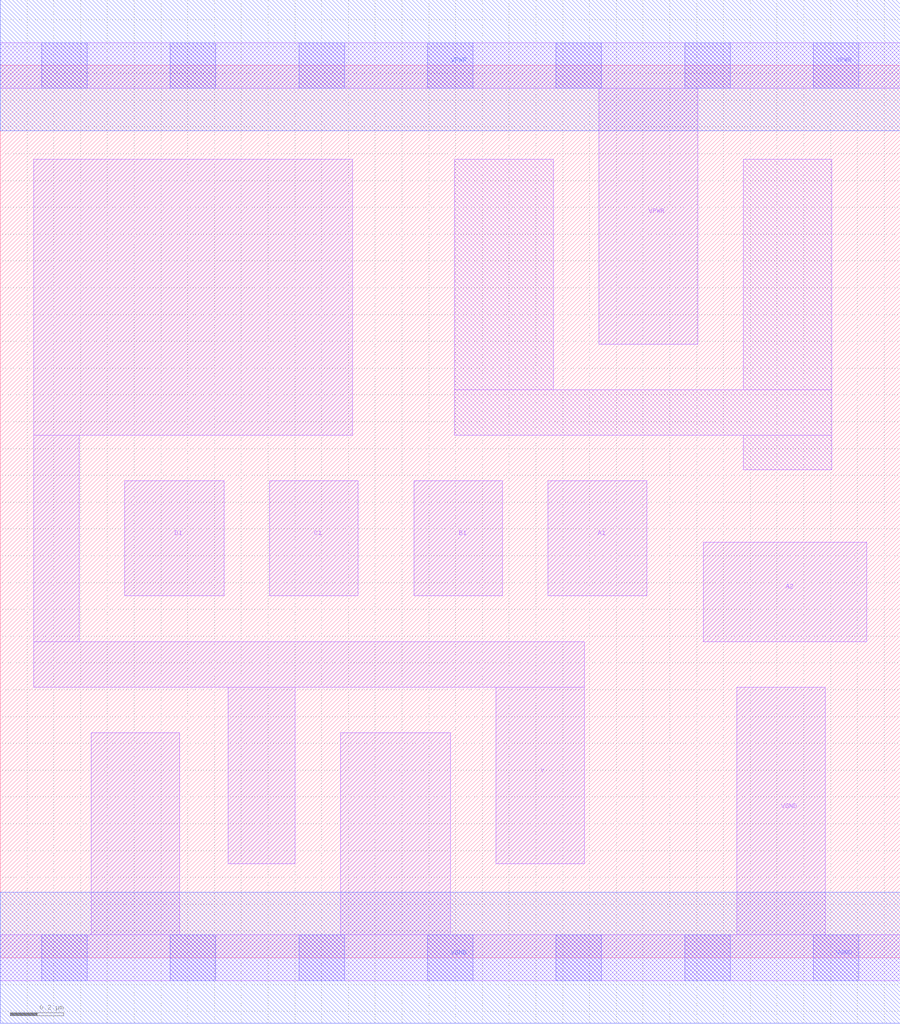
<source format=lef>
# Copyright 2020 The SkyWater PDK Authors
#
# Licensed under the Apache License, Version 2.0 (the "License");
# you may not use this file except in compliance with the License.
# You may obtain a copy of the License at
#
#     https://www.apache.org/licenses/LICENSE-2.0
#
# Unless required by applicable law or agreed to in writing, software
# distributed under the License is distributed on an "AS IS" BASIS,
# WITHOUT WARRANTIES OR CONDITIONS OF ANY KIND, either express or implied.
# See the License for the specific language governing permissions and
# limitations under the License.
#
# SPDX-License-Identifier: Apache-2.0

VERSION 5.7 ;
  NAMESCASESENSITIVE ON ;
  NOWIREEXTENSIONATPIN ON ;
  DIVIDERCHAR "/" ;
  BUSBITCHARS "[]" ;
UNITS
  DATABASE MICRONS 200 ;
END UNITS
MACRO sky130_fd_sc_ls__a2111oi_1
  CLASS CORE ;
  SOURCE USER ;
  FOREIGN sky130_fd_sc_ls__a2111oi_1 ;
  ORIGIN  0.000000  0.000000 ;
  SIZE  3.360000 BY  3.330000 ;
  SYMMETRY X Y ;
  SITE unit ;
  PIN A1
    ANTENNAGATEAREA  0.279000 ;
    DIRECTION INPUT ;
    USE SIGNAL ;
    PORT
      LAYER li1 ;
        RECT 2.045000 1.350000 2.415000 1.780000 ;
    END
  END A1
  PIN A2
    ANTENNAGATEAREA  0.279000 ;
    DIRECTION INPUT ;
    USE SIGNAL ;
    PORT
      LAYER li1 ;
        RECT 2.625000 1.180000 3.235000 1.550000 ;
    END
  END A2
  PIN B1
    ANTENNAGATEAREA  0.279000 ;
    DIRECTION INPUT ;
    USE SIGNAL ;
    PORT
      LAYER li1 ;
        RECT 1.545000 1.350000 1.875000 1.780000 ;
    END
  END B1
  PIN C1
    ANTENNAGATEAREA  0.279000 ;
    DIRECTION INPUT ;
    USE SIGNAL ;
    PORT
      LAYER li1 ;
        RECT 1.005000 1.350000 1.335000 1.780000 ;
    END
  END C1
  PIN D1
    ANTENNAGATEAREA  0.279000 ;
    DIRECTION INPUT ;
    USE SIGNAL ;
    PORT
      LAYER li1 ;
        RECT 0.465000 1.350000 0.835000 1.780000 ;
    END
  END D1
  PIN Y
    ANTENNADIFFAREA  0.722400 ;
    DIRECTION OUTPUT ;
    USE SIGNAL ;
    PORT
      LAYER li1 ;
        RECT 0.125000 1.010000 2.180000 1.180000 ;
        RECT 0.125000 1.180000 0.295000 1.950000 ;
        RECT 0.125000 1.950000 1.315000 2.980000 ;
        RECT 0.850000 0.350000 1.100000 1.010000 ;
        RECT 1.850000 0.350000 2.180000 1.010000 ;
    END
  END Y
  PIN VGND
    DIRECTION INOUT ;
    SHAPE ABUTMENT ;
    USE GROUND ;
    PORT
      LAYER li1 ;
        RECT 0.000000 -0.085000 3.360000 0.085000 ;
        RECT 0.340000  0.085000 0.670000 0.840000 ;
        RECT 1.270000  0.085000 1.680000 0.840000 ;
        RECT 2.750000  0.085000 3.080000 1.010000 ;
      LAYER mcon ;
        RECT 0.155000 -0.085000 0.325000 0.085000 ;
        RECT 0.635000 -0.085000 0.805000 0.085000 ;
        RECT 1.115000 -0.085000 1.285000 0.085000 ;
        RECT 1.595000 -0.085000 1.765000 0.085000 ;
        RECT 2.075000 -0.085000 2.245000 0.085000 ;
        RECT 2.555000 -0.085000 2.725000 0.085000 ;
        RECT 3.035000 -0.085000 3.205000 0.085000 ;
      LAYER met1 ;
        RECT 0.000000 -0.245000 3.360000 0.245000 ;
    END
  END VGND
  PIN VPWR
    DIRECTION INOUT ;
    SHAPE ABUTMENT ;
    USE POWER ;
    PORT
      LAYER li1 ;
        RECT 0.000000 3.245000 3.360000 3.415000 ;
        RECT 2.235000 2.290000 2.605000 3.245000 ;
      LAYER mcon ;
        RECT 0.155000 3.245000 0.325000 3.415000 ;
        RECT 0.635000 3.245000 0.805000 3.415000 ;
        RECT 1.115000 3.245000 1.285000 3.415000 ;
        RECT 1.595000 3.245000 1.765000 3.415000 ;
        RECT 2.075000 3.245000 2.245000 3.415000 ;
        RECT 2.555000 3.245000 2.725000 3.415000 ;
        RECT 3.035000 3.245000 3.205000 3.415000 ;
      LAYER met1 ;
        RECT 0.000000 3.085000 3.360000 3.575000 ;
    END
  END VPWR
  OBS
    LAYER li1 ;
      RECT 1.695000 1.950000 3.105000 2.120000 ;
      RECT 1.695000 2.120000 2.065000 2.980000 ;
      RECT 2.775000 1.820000 3.105000 1.950000 ;
      RECT 2.775000 2.120000 3.105000 2.980000 ;
  END
END sky130_fd_sc_ls__a2111oi_1

</source>
